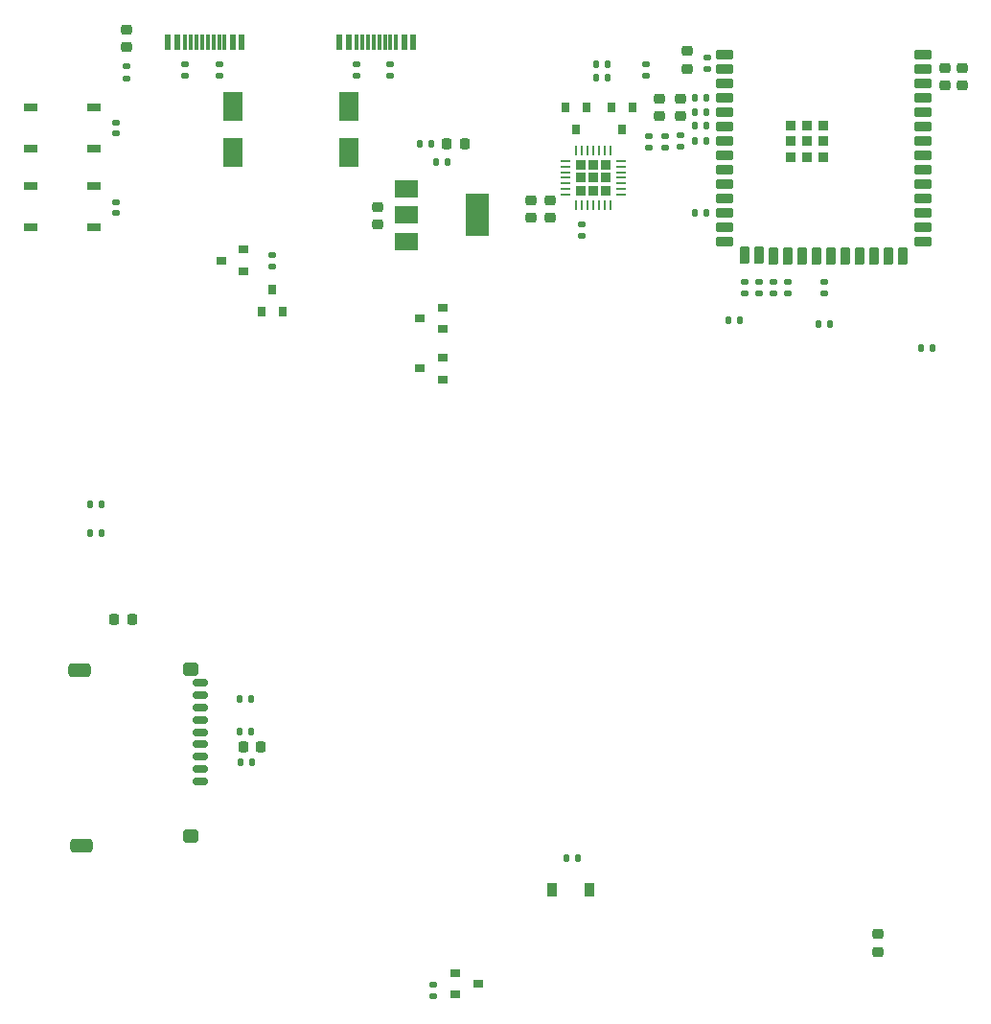
<source format=gtp>
G04 #@! TF.GenerationSoftware,KiCad,Pcbnew,6.0.2+dfsg-1*
G04 #@! TF.CreationDate,2023-02-17T06:09:52+01:00*
G04 #@! TF.ProjectId,procesor,70726f63-6573-46f7-922e-6b696361645f,rev?*
G04 #@! TF.SameCoordinates,Original*
G04 #@! TF.FileFunction,Paste,Top*
G04 #@! TF.FilePolarity,Positive*
%FSLAX46Y46*%
G04 Gerber Fmt 4.6, Leading zero omitted, Abs format (unit mm)*
G04 Created by KiCad (PCBNEW 6.0.2+dfsg-1) date 2023-02-17 06:09:52*
%MOMM*%
%LPD*%
G01*
G04 APERTURE LIST*
G04 Aperture macros list*
%AMRoundRect*
0 Rectangle with rounded corners*
0 $1 Rounding radius*
0 $2 $3 $4 $5 $6 $7 $8 $9 X,Y pos of 4 corners*
0 Add a 4 corners polygon primitive as box body*
4,1,4,$2,$3,$4,$5,$6,$7,$8,$9,$2,$3,0*
0 Add four circle primitives for the rounded corners*
1,1,$1+$1,$2,$3*
1,1,$1+$1,$4,$5*
1,1,$1+$1,$6,$7*
1,1,$1+$1,$8,$9*
0 Add four rect primitives between the rounded corners*
20,1,$1+$1,$2,$3,$4,$5,0*
20,1,$1+$1,$4,$5,$6,$7,0*
20,1,$1+$1,$6,$7,$8,$9,0*
20,1,$1+$1,$8,$9,$2,$3,0*%
G04 Aperture macros list end*
%ADD10RoundRect,0.135000X0.185000X-0.135000X0.185000X0.135000X-0.185000X0.135000X-0.185000X-0.135000X0*%
%ADD11RoundRect,0.175000X0.475000X-0.175000X0.475000X0.175000X-0.475000X0.175000X-0.475000X-0.175000X0*%
%ADD12RoundRect,0.300000X-0.700000X0.300000X-0.700000X-0.300000X0.700000X-0.300000X0.700000X0.300000X0*%
%ADD13RoundRect,0.287500X-0.412500X0.287500X-0.412500X-0.287500X0.412500X-0.287500X0.412500X0.287500X0*%
%ADD14RoundRect,0.300000X-0.400000X0.300000X-0.400000X-0.300000X0.400000X-0.300000X0.400000X0.300000X0*%
%ADD15R,0.900000X0.800000*%
%ADD16R,0.900000X1.200000*%
%ADD17RoundRect,0.225000X0.250000X-0.225000X0.250000X0.225000X-0.250000X0.225000X-0.250000X-0.225000X0*%
%ADD18RoundRect,0.100000X-0.650000X-0.350000X0.650000X-0.350000X0.650000X0.350000X-0.650000X0.350000X0*%
%ADD19RoundRect,0.100000X-0.350000X0.650000X-0.350000X-0.650000X0.350000X-0.650000X0.350000X0.650000X0*%
%ADD20RoundRect,0.100000X-0.350000X-0.350000X0.350000X-0.350000X0.350000X0.350000X-0.350000X0.350000X0*%
%ADD21RoundRect,0.140000X-0.140000X-0.170000X0.140000X-0.170000X0.140000X0.170000X-0.140000X0.170000X0*%
%ADD22RoundRect,0.218750X-0.218750X-0.256250X0.218750X-0.256250X0.218750X0.256250X-0.218750X0.256250X0*%
%ADD23RoundRect,0.225000X-0.250000X0.225000X-0.250000X-0.225000X0.250000X-0.225000X0.250000X0.225000X0*%
%ADD24RoundRect,0.218750X0.256250X-0.218750X0.256250X0.218750X-0.256250X0.218750X-0.256250X-0.218750X0*%
%ADD25R,0.800000X0.900000*%
%ADD26RoundRect,0.135000X-0.185000X0.135000X-0.185000X-0.135000X0.185000X-0.135000X0.185000X0.135000X0*%
%ADD27RoundRect,0.135000X-0.135000X-0.185000X0.135000X-0.185000X0.135000X0.185000X-0.135000X0.185000X0*%
%ADD28RoundRect,0.225000X-0.225000X-0.225000X0.225000X-0.225000X0.225000X0.225000X-0.225000X0.225000X0*%
%ADD29RoundRect,0.062500X-0.337500X-0.062500X0.337500X-0.062500X0.337500X0.062500X-0.337500X0.062500X0*%
%ADD30RoundRect,0.062500X-0.062500X-0.337500X0.062500X-0.337500X0.062500X0.337500X-0.062500X0.337500X0*%
%ADD31RoundRect,0.135000X0.135000X0.185000X-0.135000X0.185000X-0.135000X-0.185000X0.135000X-0.185000X0*%
%ADD32R,2.000000X1.500000*%
%ADD33R,2.000000X3.800000*%
%ADD34R,0.600000X1.450000*%
%ADD35R,0.300000X1.450000*%
%ADD36R,1.300000X0.700000*%
%ADD37R,1.800000X2.500000*%
%ADD38RoundRect,0.140000X-0.170000X0.140000X-0.170000X-0.140000X0.170000X-0.140000X0.170000X0.140000X0*%
%ADD39RoundRect,0.225000X-0.225000X-0.250000X0.225000X-0.250000X0.225000X0.250000X-0.225000X0.250000X0*%
G04 APERTURE END LIST*
D10*
G04 #@! TO.C,R19*
X134007500Y-141517500D03*
X134007500Y-140497500D03*
G04 #@! TD*
D11*
G04 #@! TO.C,J2*
X113487500Y-122560000D03*
X113487500Y-121460000D03*
X113487500Y-120360000D03*
X113487500Y-119260000D03*
X113487500Y-118160000D03*
X113487500Y-117060000D03*
X113487500Y-115960000D03*
X113487500Y-114860000D03*
X113487500Y-113760000D03*
D12*
X102837500Y-112660000D03*
X102937500Y-128180000D03*
D13*
X112637500Y-112610000D03*
D14*
X112637500Y-127340000D03*
G04 #@! TD*
D15*
G04 #@! TO.C,Q6*
X136007500Y-139457500D03*
X136007500Y-141357500D03*
X138007500Y-140407500D03*
G04 #@! TD*
D16*
G04 #@! TO.C,D114*
X147857500Y-132107500D03*
X144557500Y-132107500D03*
G04 #@! TD*
D10*
G04 #@! TO.C,R16*
X130267500Y-60212500D03*
X130267500Y-59192500D03*
G04 #@! TD*
G04 #@! TO.C,R17*
X127262500Y-60202500D03*
X127262500Y-59182500D03*
G04 #@! TD*
D17*
G04 #@! TO.C,C24*
X144357500Y-72732500D03*
X144357500Y-71182500D03*
G04 #@! TD*
D18*
G04 #@! TO.C,U3*
X159812500Y-58302500D03*
X159812500Y-59572500D03*
X159812500Y-60842500D03*
X159812500Y-62112500D03*
X159812500Y-63382500D03*
X159812500Y-64652500D03*
X159812500Y-65922500D03*
X159812500Y-67192500D03*
X159812500Y-68462500D03*
X159812500Y-69732500D03*
X159812500Y-71002500D03*
X159812500Y-72272500D03*
X159812500Y-73542500D03*
X159812500Y-74812500D03*
D19*
X161577500Y-76042500D03*
X162847500Y-76042500D03*
X164117500Y-76082500D03*
X165387500Y-76082500D03*
X166657500Y-76082500D03*
X167927500Y-76082500D03*
X169197500Y-76082500D03*
X170467500Y-76082500D03*
X171737500Y-76082500D03*
X173007500Y-76082500D03*
X174277500Y-76082500D03*
X175547500Y-76082500D03*
D18*
X177312500Y-74812500D03*
X177312500Y-73542500D03*
X177312500Y-72272500D03*
X177312500Y-71002500D03*
X177312500Y-69732500D03*
X177312500Y-68462500D03*
X177312500Y-67192500D03*
X177312500Y-65922500D03*
X177312500Y-64652500D03*
X177312500Y-63382500D03*
X177312500Y-62112500D03*
X177312500Y-60842500D03*
X177312500Y-59572500D03*
X177312500Y-58302500D03*
D20*
X165662500Y-67402500D03*
X168462500Y-64602500D03*
X167062500Y-67402500D03*
X167062500Y-64602500D03*
X165662500Y-66002500D03*
X168462500Y-67402500D03*
X167062500Y-66002500D03*
X165662500Y-64602500D03*
X168462500Y-66002500D03*
G04 #@! TD*
D21*
G04 #@! TO.C,C25*
X134317500Y-67812500D03*
X135277500Y-67812500D03*
G04 #@! TD*
D22*
G04 #@! TO.C,D2*
X135267500Y-66242500D03*
X136842500Y-66242500D03*
G04 #@! TD*
D23*
G04 #@! TO.C,C1*
X179237500Y-59507500D03*
X179237500Y-61057500D03*
G04 #@! TD*
D17*
G04 #@! TO.C,C4*
X173347500Y-137567500D03*
X173347500Y-136017500D03*
G04 #@! TD*
D24*
G04 #@! TO.C,D10*
X154002500Y-63802500D03*
X154002500Y-62227500D03*
G04 #@! TD*
D23*
G04 #@! TO.C,C5*
X180747500Y-59507500D03*
X180747500Y-61057500D03*
G04 #@! TD*
D24*
G04 #@! TO.C,D1*
X106907500Y-57695000D03*
X106907500Y-56120000D03*
G04 #@! TD*
D25*
G04 #@! TO.C,Q2*
X151652500Y-62982500D03*
X149752500Y-62982500D03*
X150702500Y-64982500D03*
G04 #@! TD*
D26*
G04 #@! TO.C,R15*
X119802500Y-75997500D03*
X119802500Y-77017500D03*
G04 #@! TD*
D15*
G04 #@! TO.C,Q5*
X117307500Y-77462500D03*
X117307500Y-75562500D03*
X115307500Y-76512500D03*
G04 #@! TD*
D27*
G04 #@! TO.C,R3*
X132857500Y-66247500D03*
X133877500Y-66247500D03*
G04 #@! TD*
G04 #@! TO.C,R7*
X157187500Y-64647500D03*
X158207500Y-64647500D03*
G04 #@! TD*
D10*
G04 #@! TO.C,R10*
X164107500Y-79417500D03*
X164107500Y-78397500D03*
G04 #@! TD*
G04 #@! TO.C,R14*
X168562500Y-79422500D03*
X168562500Y-78402500D03*
G04 #@! TD*
D25*
G04 #@! TO.C,Q4*
X118852500Y-81062500D03*
X120752500Y-81062500D03*
X119802500Y-79062500D03*
G04 #@! TD*
D27*
G04 #@! TO.C,R9*
X157187500Y-72277500D03*
X158207500Y-72277500D03*
G04 #@! TD*
D28*
G04 #@! TO.C,U2*
X148187500Y-69217500D03*
X147067500Y-68097500D03*
X149307500Y-70337500D03*
X147067500Y-69217500D03*
X149307500Y-68097500D03*
X148187500Y-70337500D03*
X148187500Y-68097500D03*
X147067500Y-70337500D03*
X149307500Y-69217500D03*
D29*
X145737500Y-67717500D03*
X145737500Y-68217500D03*
X145737500Y-68717500D03*
X145737500Y-69217500D03*
X145737500Y-69717500D03*
X145737500Y-70217500D03*
X145737500Y-70717500D03*
D30*
X146687500Y-71667500D03*
X147187500Y-71667500D03*
X147687500Y-71667500D03*
X148187500Y-71667500D03*
X148687500Y-71667500D03*
X149187500Y-71667500D03*
X149687500Y-71667500D03*
D29*
X150637500Y-70717500D03*
X150637500Y-70217500D03*
X150637500Y-69717500D03*
X150637500Y-69217500D03*
X150637500Y-68717500D03*
X150637500Y-68217500D03*
X150637500Y-67717500D03*
D30*
X149687500Y-66767500D03*
X149187500Y-66767500D03*
X148687500Y-66767500D03*
X148187500Y-66767500D03*
X147687500Y-66767500D03*
X147187500Y-66767500D03*
X146687500Y-66767500D03*
G04 #@! TD*
D25*
G04 #@! TO.C,Q1*
X147627500Y-62987500D03*
X145727500Y-62987500D03*
X146677500Y-64987500D03*
G04 #@! TD*
D10*
G04 #@! TO.C,R2*
X106907500Y-60417500D03*
X106907500Y-59397500D03*
G04 #@! TD*
D27*
G04 #@! TO.C,R8*
X157187500Y-65922500D03*
X158207500Y-65922500D03*
G04 #@! TD*
D15*
G04 #@! TO.C,Q8*
X134862500Y-82582500D03*
X134862500Y-80682500D03*
X132862500Y-81632500D03*
G04 #@! TD*
D10*
G04 #@! TO.C,R12*
X165377500Y-79417500D03*
X165377500Y-78397500D03*
G04 #@! TD*
D31*
G04 #@! TO.C,R18*
X104782500Y-98047500D03*
X103762500Y-98047500D03*
G04 #@! TD*
D15*
G04 #@! TO.C,Q7*
X134867500Y-87012500D03*
X134867500Y-85112500D03*
X132867500Y-86062500D03*
G04 #@! TD*
D27*
G04 #@! TO.C,R4*
X157187500Y-62112500D03*
X158207500Y-62112500D03*
G04 #@! TD*
D31*
G04 #@! TO.C,R11*
X104777500Y-100592500D03*
X103757500Y-100592500D03*
G04 #@! TD*
D32*
G04 #@! TO.C,U1*
X131647500Y-70212500D03*
D33*
X137947500Y-72512500D03*
D32*
X131647500Y-72512500D03*
X131647500Y-74812500D03*
G04 #@! TD*
D34*
G04 #@! TO.C,J8*
X132267500Y-57252500D03*
X131467500Y-57252500D03*
D35*
X130267500Y-57252500D03*
X129267500Y-57252500D03*
X128767500Y-57252500D03*
X127767500Y-57252500D03*
D34*
X126567500Y-57252500D03*
X125767500Y-57252500D03*
X125767500Y-57252500D03*
X126567500Y-57252500D03*
D35*
X127267500Y-57252500D03*
X128267500Y-57252500D03*
X129767500Y-57252500D03*
X130767500Y-57252500D03*
D34*
X131467500Y-57252500D03*
X132267500Y-57252500D03*
G04 #@! TD*
D36*
G04 #@! TO.C,BOOT1*
X98507500Y-62972500D03*
X104107500Y-62972500D03*
X104107500Y-66622500D03*
X98507500Y-66622500D03*
G04 #@! TD*
D37*
G04 #@! TO.C,D7*
X126557500Y-66937500D03*
X126557500Y-62937500D03*
G04 #@! TD*
D27*
G04 #@! TO.C,R6*
X157182500Y-63382500D03*
X158202500Y-63382500D03*
G04 #@! TD*
D24*
G04 #@! TO.C,D9*
X155902500Y-63802500D03*
X155902500Y-62227500D03*
G04 #@! TD*
D10*
G04 #@! TO.C,R21*
X112122500Y-60217500D03*
X112122500Y-59197500D03*
G04 #@! TD*
D23*
G04 #@! TO.C,C128*
X142707500Y-71182500D03*
X142707500Y-72732500D03*
G04 #@! TD*
G04 #@! TO.C,C27*
X156507500Y-58027500D03*
X156507500Y-59577500D03*
G04 #@! TD*
D31*
G04 #@! TO.C,R26*
X149472500Y-59192500D03*
X148452500Y-59192500D03*
G04 #@! TD*
D27*
G04 #@! TO.C,R34*
X116947500Y-115207500D03*
X117967500Y-115207500D03*
G04 #@! TD*
D38*
G04 #@! TO.C,C28*
X158272500Y-58612500D03*
X158272500Y-59572500D03*
G04 #@! TD*
D27*
G04 #@! TO.C,R33*
X145797500Y-129257500D03*
X146817500Y-129257500D03*
G04 #@! TD*
D36*
G04 #@! TO.C,RESET1*
X98507500Y-69972500D03*
X104107500Y-69972500D03*
X104107500Y-73622500D03*
X98507500Y-73622500D03*
G04 #@! TD*
D31*
G04 #@! TO.C,R29*
X178152500Y-84272500D03*
X177132500Y-84272500D03*
G04 #@! TD*
D27*
G04 #@! TO.C,R35*
X116957500Y-118157500D03*
X117977500Y-118157500D03*
G04 #@! TD*
D26*
G04 #@! TO.C,R31*
X153102500Y-65497500D03*
X153102500Y-66517500D03*
G04 #@! TD*
D31*
G04 #@! TO.C,R1*
X161127500Y-81807500D03*
X160107500Y-81807500D03*
G04 #@! TD*
D26*
G04 #@! TO.C,R24*
X155902500Y-65492500D03*
X155902500Y-66512500D03*
G04 #@! TD*
D34*
G04 #@! TO.C,J11*
X117122500Y-57252500D03*
X116322500Y-57252500D03*
D35*
X115122500Y-57252500D03*
X114122500Y-57252500D03*
X113622500Y-57252500D03*
X112622500Y-57252500D03*
D34*
X111422500Y-57252500D03*
X110622500Y-57252500D03*
X110622500Y-57252500D03*
X111422500Y-57252500D03*
D35*
X112122500Y-57252500D03*
X113122500Y-57252500D03*
X114622500Y-57252500D03*
X115622500Y-57252500D03*
D34*
X116322500Y-57252500D03*
X117122500Y-57252500D03*
G04 #@! TD*
D27*
G04 #@! TO.C,R36*
X116997500Y-120807500D03*
X118017500Y-120807500D03*
G04 #@! TD*
D17*
G04 #@! TO.C,C127*
X129157500Y-73332500D03*
X129157500Y-71782500D03*
G04 #@! TD*
D37*
G04 #@! TO.C,D8*
X116327500Y-66942500D03*
X116327500Y-62942500D03*
G04 #@! TD*
D38*
G04 #@! TO.C,C29*
X106057500Y-64347500D03*
X106057500Y-65307500D03*
G04 #@! TD*
D26*
G04 #@! TO.C,R23*
X154562500Y-65497500D03*
X154562500Y-66517500D03*
G04 #@! TD*
D27*
G04 #@! TO.C,R32*
X168052500Y-82172500D03*
X169072500Y-82172500D03*
G04 #@! TD*
D39*
G04 #@! TO.C,C23*
X105882500Y-108207500D03*
X107432500Y-108207500D03*
G04 #@! TD*
D26*
G04 #@! TO.C,R27*
X162842500Y-78397500D03*
X162842500Y-79417500D03*
G04 #@! TD*
G04 #@! TO.C,R30*
X161582500Y-78397500D03*
X161582500Y-79417500D03*
G04 #@! TD*
D38*
G04 #@! TO.C,C26*
X106057500Y-71342500D03*
X106057500Y-72302500D03*
G04 #@! TD*
D39*
G04 #@! TO.C,C22*
X117282500Y-119457500D03*
X118832500Y-119457500D03*
G04 #@! TD*
D27*
G04 #@! TO.C,R25*
X148452500Y-60362500D03*
X149472500Y-60362500D03*
G04 #@! TD*
D10*
G04 #@! TO.C,R22*
X147172500Y-74357500D03*
X147172500Y-73337500D03*
G04 #@! TD*
G04 #@! TO.C,R28*
X152812500Y-60207500D03*
X152812500Y-59187500D03*
G04 #@! TD*
G04 #@! TO.C,R20*
X115127500Y-60217500D03*
X115127500Y-59197500D03*
G04 #@! TD*
M02*

</source>
